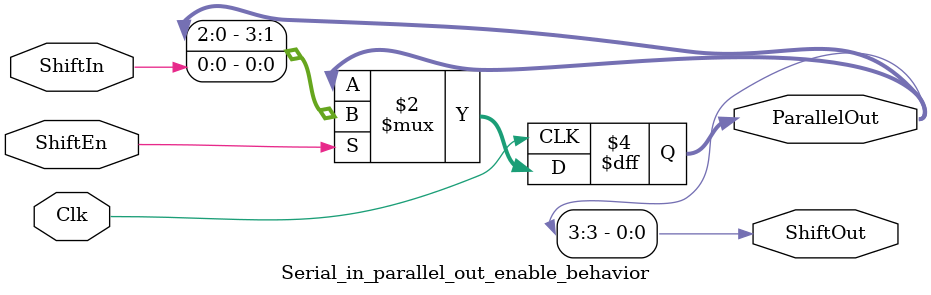
<source format=v>
`timescale 1ns / 1ps


module Serial_in_parallel_out_enable_behavior(input Clk, input ShiftEn, input ShiftIn, output reg [3:0] ParallelOut, 
	output ShiftOut);
	always @(posedge Clk)
		if (ShiftEn)
			ParallelOut <= {ParallelOut[2:0], ShiftIn};
		assign ShiftOut = ParallelOut[3];		
endmodule

</source>
